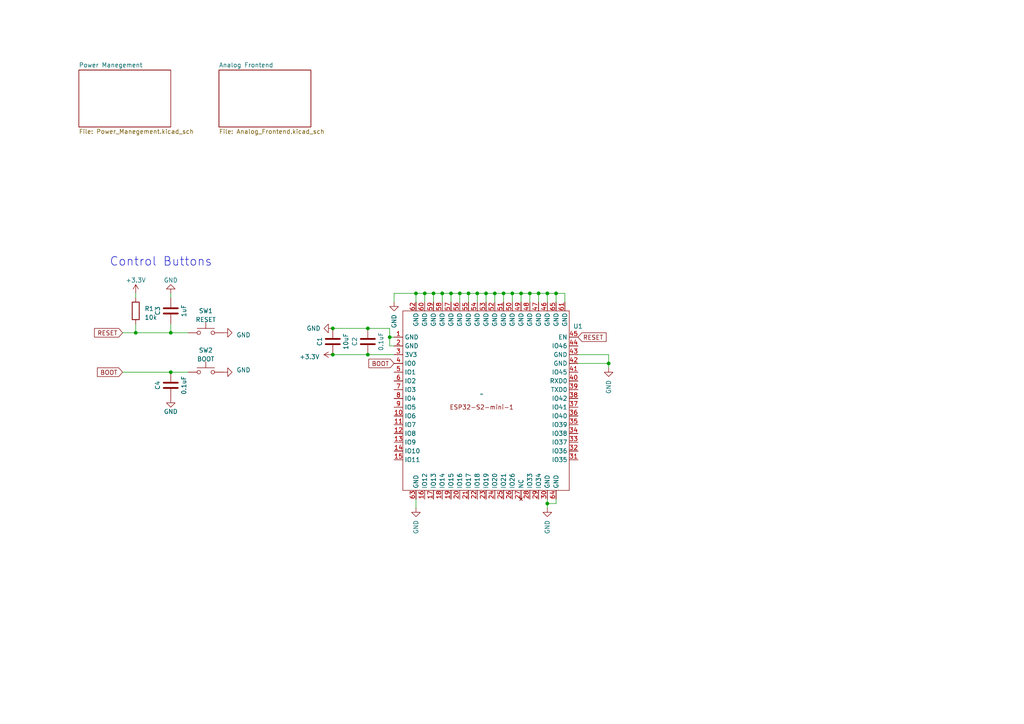
<source format=kicad_sch>
(kicad_sch (version 20230121) (generator eeschema)
  (paper "A4")
  (title_block (title "Neural Interface Top Level") (date "2024-03-21") (rev "1") (company "Owen Leishman"))
  (lib_symbols
    (symbol "ASIC_Implementation:ESP32-S2-mini-1"
      (property "Reference" "U" (at -3.81 -100.33 0))
      (symbol "ESP32-S2-mini-1_0_0"
        (pin power_in line (at -27.94 -91.44 0) (length 2.54) (name "GND") (number "1"))
        (pin unspecified line (at -27.94 -114.3 0) (length 2.54) (name "IO6") (number "10"))
        (pin unspecified line (at -27.94 -116.84 0) (length 2.54) (name "IO7") (number "11"))
        (pin unspecified line (at -27.94 -119.38 0) (length 2.54) (name "IO8") (number "12"))
        (pin unspecified line (at -27.94 -121.92 0) (length 2.54) (name "IO9") (number "13"))
        (pin unspecified line (at -27.94 -124.46 0) (length 2.54) (name "IO10") (number "14"))
        (pin unspecified line (at -27.94 -127 0) (length 2.54) (name "IO11") (number "15"))
        (pin unspecified line (at -19.05 -138.43 90) (length 2.54) (name "IO12") (number "16"))
        (pin unspecified line (at -16.51 -138.43 90) (length 2.54) (name "IO13") (number "17"))
        (pin unspecified line (at -13.97 -138.43 90) (length 2.54) (name "IO14") (number "18"))
        (pin unspecified line (at -11.43 -138.43 90) (length 2.54) (name "IO15") (number "19"))
        (pin power_in line (at -27.94 -93.98 0) (length 2.54) (name "GND") (number "2"))
        (pin unspecified line (at -8.89 -138.43 90) (length 2.54) (name "IO16") (number "20"))
        (pin unspecified line (at -6.35 -138.43 90) (length 2.54) (name "IO17") (number "21"))
        (pin unspecified line (at -3.81 -138.43 90) (length 2.54) (name "IO18") (number "22"))
        (pin unspecified line (at -1.27 -138.43 90) (length 2.54) (name "IO19") (number "23"))
        (pin unspecified line (at 1.27 -138.43 90) (length 2.54) (name "IO20") (number "24"))
        (pin unspecified line (at 3.81 -138.43 90) (length 2.54) (name "IO21") (number "25"))
        (pin unspecified line (at 6.35 -138.43 90) (length 2.54) (name "IO26") (number "26"))
        (pin no_connect line (at 8.89 -138.43 90) (length 2.54) (name "NC") (number "27"))
        (pin unspecified line (at 11.43 -138.43 90) (length 2.54) (name "IO33") (number "28"))
        (pin unspecified line (at 13.97 -138.43 90) (length 2.54) (name "IO34") (number "29"))
        (pin power_in line (at -27.94 -96.52 0) (length 2.54) (name "3V3") (number "3"))
        (pin unspecified line (at 16.51 -138.43 90) (length 2.54) (name "GND") (number "30"))
        (pin unspecified line (at 25.4 -127 180) (length 2.54) (name "IO35") (number "31"))
        (pin unspecified line (at 25.4 -124.46 180) (length 2.54) (name "IO36") (number "32"))
        (pin unspecified line (at 25.4 -121.92 180) (length 2.54) (name "IO37") (number "33"))
        (pin unspecified line (at 25.4 -119.38 180) (length 2.54) (name "IO38") (number "34"))
        (pin unspecified line (at 25.4 -116.84 180) (length 2.54) (name "IO39") (number "35"))
        (pin unspecified line (at 25.4 -114.3 180) (length 2.54) (name "IO40") (number "36"))
        (pin unspecified line (at 25.4 -111.76 180) (length 2.54) (name "IO41") (number "37"))
        (pin unspecified line (at 25.4 -109.22 180) (length 2.54) (name "IO42") (number "38"))
        (pin unspecified line (at 25.4 -106.68 180) (length 2.54) (name "TXD0") (number "39"))
        (pin output line (at -27.94 -99.06 0) (length 2.54) (name "IO0") (number "4"))
        (pin unspecified line (at 25.4 -101.6 180) (length 2.54) (name "IO45") (number "41"))
        (pin unspecified line (at 25.4 -99.06 180) (length 2.54) (name "GND") (number "42"))
        (pin unspecified line (at 25.4 -96.52 180) (length 2.54) (name "GND") (number "43"))
        (pin unspecified line (at 25.4 -93.98 180) (length 2.54) (name "IO46") (number "44"))
        (pin unspecified line (at 25.4 -91.44 180) (length 2.54) (name "EN") (number "45"))
        (pin unspecified line (at 16.51 -81.28 270) (length 2.54) (name "GND") (number "46"))
        (pin unspecified line (at 13.97 -81.28 270) (length 2.54) (name "GND") (number "47"))
        (pin unspecified line (at 11.43 -81.28 270) (length 2.54) (name "GND") (number "48"))
        (pin unspecified line (at 8.89 -81.28 270) (length 2.54) (name "GND") (number "49"))
        (pin output line (at -27.94 -101.6 0) (length 2.54) (name "IO1") (number "5"))
        (pin unspecified line (at 6.35 -81.28 270) (length 2.54) (name "GND") (number "50"))
        (pin unspecified line (at 3.81 -81.28 270) (length 2.54) (name "GND") (number "51"))
        (pin unspecified line (at 1.27 -81.28 270) (length 2.54) (name "GND") (number "52"))
        (pin unspecified line (at -1.27 -81.28 270) (length 2.54) (name "GND") (number "53"))
        (pin unspecified line (at -3.81 -81.28 270) (length 2.54) (name "GND") (number "54"))
        (pin unspecified line (at -6.35 -81.28 270) (length 2.54) (name "GND") (number "55"))
        (pin unspecified line (at -8.89 -81.28 270) (length 2.54) (name "GND") (number "56"))
        (pin unspecified line (at -11.43 -81.28 270) (length 2.54) (name "GND") (number "57"))
        (pin unspecified line (at -13.97 -81.28 270) (length 2.54) (name "GND") (number "58"))
        (pin unspecified line (at -16.51 -81.28 270) (length 2.54) (name "GND") (number "59"))
        (pin unspecified line (at -27.94 -104.14 0) (length 2.54) (name "IO2") (number "6"))
        (pin unspecified line (at -19.05 -81.28 270) (length 2.54) (name "GND") (number "60"))
        (pin unspecified line (at -21.59 -81.28 270) (length 2.54) (name "GND") (number "62"))
        (pin unspecified line (at -21.59 -138.43 90) (length 2.54) (name "GND") (number "63"))
        (pin unspecified line (at 19.05 -138.43 90) (length 2.54) (name "GND") (number "64"))
        (pin unspecified line (at 19.05 -81.28 270) (length 2.54) (name "GND") (number "65"))
        (pin unspecified line (at -27.94 -106.68 0) (length 2.54) (name "IO3") (number "7"))
        (pin unspecified line (at -27.94 -109.22 0) (length 2.54) (name "IO4") (number "8"))
        (pin unspecified line (at -27.94 -111.76 0) (length 2.54) (name "IO5") (number "9"))
      )
      (symbol "ESP32-S2-mini-1_0_1"
        (rectangle (start -25.4 -83.82) (end 22.86 -135.89))
      )
      (symbol "ESP32-S2-mini-1_1_0"
        (pin unspecified line (at 25.4 -104.14 180) (length 2.54) (name "RXD0") (number "40"))
        (pin unspecified line (at 21.59 -81.28 270) (length 2.54) (name "GND") (number "61"))
      )
      (symbol "ESP32-S2-mini-1_1_1"
        (text "ESP32-S2-mini-1" (at -2.54 -111.76 0) (effects (font (size 1.27 1.27))))
      )
    )
    (symbol "Device:C" (pin_numbers hide) (pin_names (offset 0.254))
      (property "Reference" "C" (at 0.635 2.54 0))
      (property "Value" "C" (at 0.635 -2.54 0))
      (symbol "C_0_1"
        (polyline (pts (xy -2.032 -0.762) (xy 2.032 -0.762)) (stroke (width 0.508)))
        (polyline (pts (xy -2.032 0.762) (xy 2.032 0.762)) (stroke (width 0.508)))
      )
      (symbol "C_1_1"
        (pin passive line (at 0 3.81 270) (length 2.794) (name "~") (number "1"))
        (pin passive line (at 0 -3.81 90) (length 2.794) (name "~") (number "2"))
      )
    )
    (symbol "Device:R" (pin_numbers hide) (pin_names (offset 0))
      (property "Reference" "R" (at 2.032 0 90))
      (property "Value" "R" (at 0 0 90))
      (symbol "R_0_1"
        (rectangle (start -1.016 -2.54) (end 1.016 2.54) (stroke (width 0.254)))
      )
      (symbol "R_1_1"
        (pin passive line (at 0 3.81 270) (length 1.27) (name "~") (number "1"))
        (pin passive line (at 0 -3.81 90) (length 1.27) (name "~") (number "2"))
      )
    )
    (symbol "Switch:SW_Push" (pin_numbers hide) (pin_names (offset 1.016) hide)
      (property "Reference" "SW" (at 1.27 2.54 0))
      (property "Value" "SW_Push" (at 0 -1.524 0))
      (symbol "SW_Push_0_1"
        (circle (center -2.032 0) (radius 0.508))
        (polyline (pts (xy 0 1.27) (xy 0 3.048)))
        (polyline (pts (xy 2.54 1.27) (xy -2.54 1.27)))
        (circle (center 2.032 0) (radius 0.508))
        (pin passive line (at -5.08 0 0) (length 2.54) (name "1") (number "1"))
        (pin passive line (at 5.08 0 180) (length 2.54) (name "2") (number "2"))
      )
    )
    (symbol "power:+3.3V" (power) (pin_names (offset 0))
      (property "Value" "+3.3V" (at 0 3.556 0))
      (symbol "+3.3V_0_1"
        (polyline (pts (xy -0.762 1.27) (xy 0 2.54)))
        (polyline (pts (xy 0 0) (xy 0 2.54)))
        (polyline (pts (xy 0 2.54) (xy 0.762 1.27)))
      )
      (symbol "+3.3V_1_1"
        (pin power_in line (at 0 0 90) (length 0) hide (name "+3.3V") (number "1"))
      )
    )
    (symbol "power:GND" (power) (pin_names (offset 0))
      (property "Value" "GND" (at 0 -3.81 0))
      (symbol "GND_0_1"
        (polyline (pts (xy 0 0) (xy 0 -1.27) (xy 1.27 -1.27) (xy 0 -2.54) (xy -1.27 -1.27) (xy 0 -1.27)))
      )
      (symbol "GND_1_1"
        (pin power_in line (at 0 0 270) (length 0) hide (name "GND") (number "1"))
      )
    )
  )
  (junction (at 143.51 85.09))
  (junction (at 49.53 107.95))
  (junction (at 133.35 85.09))
  (junction (at 130.81 85.09))
  (junction (at 151.13 85.09))
  (junction (at 123.19 85.09))
  (junction (at 125.73 85.09))
  (junction (at 153.67 85.09))
  (junction (at 135.89 85.09))
  (junction (at 140.97 85.09))
  (junction (at 120.65 85.09))
  (junction (at 128.27 85.09))
  (junction (at 113.03 97.79))
  (junction (at 96.52 95.25))
  (junction (at 146.05 85.09))
  (junction (at 161.29 85.09))
  (junction (at 39.37 96.52))
  (junction (at 176.53 105.41))
  (junction (at 158.75 85.09))
  (junction (at 96.52 102.87))
  (junction (at 158.75 146.05))
  (junction (at 138.43 85.09))
  (junction (at 49.53 96.52))
  (junction (at 156.21 85.09))
  (junction (at 106.68 95.25))
  (junction (at 148.59 85.09))
  (junction (at 106.68 102.87))
  (wire (pts (xy 163.83 85.09) (xy 163.83 87.63)))
  (wire (pts (xy 148.59 85.09) (xy 148.59 87.63)))
  (wire (pts (xy 167.64 102.87) (xy 176.53 102.87)))
  (wire (pts (xy 125.73 85.09) (xy 128.27 85.09)))
  (wire (pts (xy 106.68 95.25) (xy 113.03 95.25)))
  (wire (pts (xy 125.73 85.09) (xy 125.73 87.63)))
  (wire (pts (xy 146.05 85.09) (xy 148.59 85.09)))
  (wire (pts (xy 54.61 107.95) (xy 49.53 107.95)))
  (wire (pts (xy 133.35 85.09) (xy 135.89 85.09)))
  (wire (pts (xy 158.75 85.09) (xy 161.29 85.09)))
  (wire (pts (xy 158.75 85.09) (xy 158.75 87.63)))
  (wire (pts (xy 120.65 147.32) (xy 120.65 144.78)))
  (wire (pts (xy 96.52 95.25) (xy 106.68 95.25)))
  (wire (pts (xy 123.19 85.09) (xy 123.19 87.63)))
  (wire (pts (xy 128.27 85.09) (xy 130.81 85.09)))
  (wire (pts (xy 39.37 85.09) (xy 39.37 86.36)))
  (wire (pts (xy 140.97 85.09) (xy 140.97 87.63)))
  (wire (pts (xy 161.29 85.09) (xy 161.29 87.63)))
  (wire (pts (xy 130.81 85.09) (xy 130.81 87.63)))
  (wire (pts (xy 123.19 85.09) (xy 125.73 85.09)))
  (wire (pts (xy 143.51 85.09) (xy 143.51 87.63)))
  (wire (pts (xy 143.51 85.09) (xy 146.05 85.09)))
  (wire (pts (xy 49.53 96.52) (xy 54.61 96.52)))
  (wire (pts (xy 133.35 85.09) (xy 133.35 87.63)))
  (wire (pts (xy 135.89 85.09) (xy 135.89 87.63)))
  (wire (pts (xy 161.29 85.09) (xy 163.83 85.09)))
  (wire (pts (xy 135.89 85.09) (xy 138.43 85.09)))
  (wire (pts (xy 113.03 100.33) (xy 113.03 97.79)))
  (wire (pts (xy 96.52 102.87) (xy 106.68 102.87)))
  (wire (pts (xy 176.53 102.87) (xy 176.53 105.41)))
  (wire (pts (xy 106.68 102.87) (xy 114.3 102.87)))
  (wire (pts (xy 138.43 85.09) (xy 138.43 87.63)))
  (wire (pts (xy 153.67 85.09) (xy 156.21 85.09)))
  (wire (pts (xy 158.75 147.32) (xy 158.75 146.05)))
  (wire (pts (xy 120.65 85.09) (xy 120.65 87.63)))
  (wire (pts (xy 176.53 106.68) (xy 176.53 105.41)))
  (wire (pts (xy 156.21 85.09) (xy 158.75 85.09)))
  (wire (pts (xy 158.75 146.05) (xy 161.29 146.05)))
  (wire (pts (xy 114.3 100.33) (xy 113.03 100.33)))
  (wire (pts (xy 151.13 85.09) (xy 151.13 87.63)))
  (wire (pts (xy 138.43 85.09) (xy 140.97 85.09)))
  (wire (pts (xy 113.03 97.79) (xy 114.3 97.79)))
  (wire (pts (xy 49.53 93.98) (xy 49.53 96.52)))
  (wire (pts (xy 156.21 85.09) (xy 156.21 87.63)))
  (wire (pts (xy 49.53 96.52) (xy 39.37 96.52)))
  (wire (pts (xy 114.3 85.09) (xy 120.65 85.09)))
  (wire (pts (xy 114.3 87.63) (xy 114.3 85.09)))
  (wire (pts (xy 35.56 107.95) (xy 49.53 107.95)))
  (wire (pts (xy 167.64 105.41) (xy 176.53 105.41)))
  (wire (pts (xy 148.59 85.09) (xy 151.13 85.09)))
  (wire (pts (xy 151.13 85.09) (xy 153.67 85.09)))
  (wire (pts (xy 153.67 85.09) (xy 153.67 87.63)))
  (wire (pts (xy 49.53 85.09) (xy 49.53 86.36)))
  (wire (pts (xy 161.29 144.78) (xy 161.29 146.05)))
  (wire (pts (xy 113.03 95.25) (xy 113.03 97.79)))
  (wire (pts (xy 39.37 96.52) (xy 35.56 96.52)))
  (wire (pts (xy 120.65 85.09) (xy 123.19 85.09)))
  (wire (pts (xy 128.27 85.09) (xy 128.27 87.63)))
  (wire (pts (xy 130.81 85.09) (xy 133.35 85.09)))
  (wire (pts (xy 39.37 93.98) (xy 39.37 96.52)))
  (wire (pts (xy 140.97 85.09) (xy 143.51 85.09)))
  (wire (pts (xy 146.05 85.09) (xy 146.05 87.63)))
  (wire (pts (xy 158.75 146.05) (xy 158.75 144.78)))
  (text "Control Buttons" (at 31.75 77.47 0) (effects (font (size 2.5 2.5)) (justify left bottom)))
  (global_label "BOOT" (shape input) (at 35.56 107.95 180) (property "Intersheetrefs" "${INTERSHEET_REFS}" (effects hide)))
  (global_label "BOOT" (shape input) (at 114.3 105.41 180) (property "Intersheetrefs" "${INTERSHEET_REFS}" (effects hide)))
  (global_label "RESET" (shape input) (at 35.56 96.52 180) (property "Intersheetrefs" "${INTERSHEET_REFS}" (effects hide)))
  (global_label "RESET" (shape input) (at 167.64 97.79 0) (property "Intersheetrefs" "${INTERSHEET_REFS}" (effects hide)))
  (symbol (lib_id "power:GND") (at 49.53 115.57 0) (unit 1)
    (property "Reference" "#PWR06" (effects hide))
    (property "Value" "GND" (at 49.53 119.38 0))
  )
  (symbol (lib_id "power:GND") (at 176.53 106.68 0) (unit 1)
    (property "Reference" "#PWR011" (effects hide))
    (property "Value" "GND" (at 176.53 114.3 90) (effects (justify left)))
  )
  (symbol (lib_id "power:GND") (at 158.75 147.32 0) (unit 1)
    (property "Reference" "#PWR010" (effects hide))
    (property "Value" "GND" (at 158.75 154.94 90) (effects (justify left)))
  )
  (symbol (lib_id "Device:C") (at 106.68 99.06 180) (unit 1)
    (property "Reference" "C2" (at 102.87 99.06 90))
    (property "Value" "0.1uF" (at 110.49 99.06 90))
    (property "Footprint" "Capacitor_SMD:C_0603_1608Metric" (effects hide))
  )
  (symbol (lib_id "Device:R") (at 39.37 90.17 0) (unit 1)
    (property "Reference" "R1" (at 41.91 89.535 0) (effects (justify left)))
    (property "Value" "10k" (at 41.91 92.075 0) (effects (justify left)))
    (property "Footprint" "Resistor_SMD:R_0805_2012Metric" (effects hide))
  )
  (symbol (lib_id "power:+3.3V") (at 39.37 85.09 0) (unit 1)
    (property "Reference" "#PWR04" (effects hide))
    (property "Value" "+3.3V" (at 39.37 81.28 0))
  )
  (symbol (lib_id "Device:C") (at 96.52 99.06 180) (unit 1)
    (property "Reference" "C1" (at 92.71 99.06 90))
    (property "Value" "10uF" (at 100.33 99.06 90))
    (property "Footprint" "Capacitor_SMD:C_1210_3225Metric" (effects hide))
  )
  (symbol (lib_id "power:GND") (at 64.77 107.95 90) (unit 1)
    (property "Reference" "#PWR08" (effects hide))
    (property "Value" "GND" (at 68.58 107.315 90) (effects (justify right)))
  )
  (symbol (lib_id "power:GND") (at 49.53 85.09 180) (unit 1)
    (property "Reference" "#PWR05" (effects hide))
    (property "Value" "GND" (at 49.53 81.28 0))
  )
  (symbol (lib_id "Device:C") (at 49.53 111.76 180) (unit 1)
    (property "Reference" "C4" (at 45.72 111.76 90))
    (property "Value" "0.1uF" (at 53.34 111.76 90))
    (property "Footprint" "Capacitor_SMD:C_0603_1608Metric" (effects hide))
  )
  (symbol (lib_id "power:GND") (at 64.77 96.52 90) (unit 1)
    (property "Reference" "#PWR07" (effects hide))
    (property "Value" "GND" (at 68.58 97.155 90) (effects (justify right)))
  )
  (symbol (lib_id "Switch:SW_Push") (at 59.69 107.95 0) (unit 1)
    (property "Reference" "SW2" (at 59.69 101.6 0))
    (property "Value" "BOOT" (at 59.69 104.14 0))
    (property "Footprint" "ASIC_Implementation_Library:PTS815SJM250SMTRLFS" (effects hide))
  )
  (symbol (lib_id "ASIC_Implementation:ESP32-S2-mini-1") (at 142.24 6.35 0) (unit 1)
    (property "Reference" "U1" (at 167.64 94.6403 0))
    (property "Value" "~" (at 139.7 114.3 0))
    (property "Footprint" "ASIC_Implementation_Library:ESP32S2MINI1N4R2" (effects hide))
  )
  (symbol (lib_id "power:GND") (at 120.65 147.32 0) (unit 1)
    (property "Reference" "#PWR09" (effects hide))
    (property "Value" "GND" (at 120.65 154.94 90) (effects (justify left)))
  )
  (symbol (lib_id "Device:C") (at 49.53 90.17 180) (unit 1)
    (property "Reference" "C3" (at 45.72 90.17 90))
    (property "Value" "1uF" (at 53.34 90.17 90))
    (property "Footprint" "Capacitor_SMD:C_0805_2012Metric" (effects hide))
  )
  (symbol (lib_id "power:GND") (at 114.3 87.63 0) (unit 1)
    (property "Reference" "#PWR03" (effects hide))
    (property "Value" "GND" (at 114.3 95.25 90) (effects (justify left)))
  )
  (symbol (lib_id "Switch:SW_Push") (at 59.69 96.52 0) (unit 1)
    (property "Reference" "SW1" (at 59.69 90.17 0))
    (property "Value" "RESET" (at 59.69 92.71 0))
    (property "Footprint" "ASIC_Implementation_Library:PTS815SJM250SMTRLFS" (effects hide))
  )
  (symbol (lib_id "power:+3.3V") (at 96.52 102.87 90) (unit 1)
    (property "Reference" "#PWR02" (effects hide))
    (property "Value" "+3.3V" (at 92.71 103.505 90) (effects (justify left)))
  )
  (symbol (lib_id "power:GND") (at 96.52 95.25 270) (unit 1)
    (property "Reference" "#PWR01" (effects hide))
    (property "Value" "GND" (at 88.9 95.25 90) (effects (justify left)))
  )
  (sheet (at 63.5 20.32) (size 26.67 16.51) (stroke (width 0.1524))
    (property "Sheetname" "Analog Frontend" (at 63.5 19.6084 0) (effects (justify left bottom)))
    (property "Sheetfile" "Analog_Frontend.kicad_sch" (at 63.5 37.4146 0) (effects (justify left top)))
  )
  (sheet (at 22.86 20.32) (size 26.67 16.51) (stroke (width 0.1524))
    (property "Sheetname" "Power Manegement" (at 22.86 19.6084 0) (effects (justify left bottom)))
    (property "Sheetfile" "Power_Manegement.kicad_sch" (at 22.86 37.4146 0) (effects (justify left top)))
  )
)
</source>
